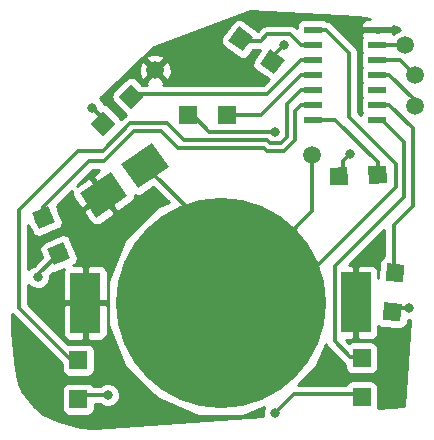
<source format=gbl>
G04 #@! TF.GenerationSoftware,KiCad,Pcbnew,(5.0.0)*
G04 #@! TF.CreationDate,2018-10-20T01:37:56+02:00*
G04 #@! TF.ProjectId,rubylife,727562796C6966652E6B696361645F70,rev?*
G04 #@! TF.SameCoordinates,Original*
G04 #@! TF.FileFunction,Copper,L2,Bot,Signal*
G04 #@! TF.FilePolarity,Positive*
%FSLAX46Y46*%
G04 Gerber Fmt 4.6, Leading zero omitted, Abs format (unit mm)*
G04 Created by KiCad (PCBNEW (5.0.0)) date 10/20/18 01:37:56*
%MOMM*%
%LPD*%
G01*
G04 APERTURE LIST*
G04 #@! TA.AperFunction,SMDPad,CuDef*
%ADD10R,2.500000X5.100000*%
G04 #@! TD*
G04 #@! TA.AperFunction,BGAPad,CuDef*
%ADD11C,17.800000*%
G04 #@! TD*
G04 #@! TA.AperFunction,SMDPad,CuDef*
%ADD12R,1.500000X0.600000*%
G04 #@! TD*
G04 #@! TA.AperFunction,BGAPad,CuDef*
%ADD13C,1.500000*%
G04 #@! TD*
G04 #@! TA.AperFunction,SMDPad,CuDef*
%ADD14C,2.500000*%
G04 #@! TD*
G04 #@! TA.AperFunction,Conductor*
%ADD15C,0.100000*%
G04 #@! TD*
G04 #@! TA.AperFunction,SMDPad,CuDef*
%ADD16R,1.500000X1.500000*%
G04 #@! TD*
G04 #@! TA.AperFunction,SMDPad,CuDef*
%ADD17C,1.500000*%
G04 #@! TD*
G04 #@! TA.AperFunction,ViaPad*
%ADD18C,0.800000*%
G04 #@! TD*
G04 #@! TA.AperFunction,Conductor*
%ADD19C,0.250000*%
G04 #@! TD*
G04 #@! TA.AperFunction,Conductor*
%ADD20C,0.300000*%
G04 #@! TD*
G04 #@! TA.AperFunction,Conductor*
%ADD21C,0.254000*%
G04 #@! TD*
G04 APERTURE END LIST*
D10*
G04 #@! TO.P,BT1,1*
G04 #@! TO.N,VCC*
X125500000Y-70850000D03*
X102600000Y-70900000D03*
D11*
G04 #@! TO.P,BT1,2*
G04 #@! TO.N,GND*
X114050000Y-70900000D03*
G04 #@! TD*
D12*
G04 #@! TO.P,U1,1*
G04 #@! TO.N,VCC*
X127300000Y-47790000D03*
G04 #@! TO.P,U1,2*
G04 #@! TO.N,TPIC*
X127300000Y-49060000D03*
G04 #@! TO.P,U1,3*
G04 #@! TO.N,TPID*
X127300000Y-50330000D03*
G04 #@! TO.P,U1,4*
G04 #@! TO.N,RESET*
X127300000Y-51600000D03*
G04 #@! TO.P,U1,5*
G04 #@! TO.N,N/C*
X127300000Y-52870000D03*
G04 #@! TO.P,U1,6*
G04 #@! TO.N,Net-(R8-Pad2)*
X127300000Y-54140000D03*
G04 #@! TO.P,U1,7*
G04 #@! TO.N,Net-(R7-Pad2)*
X127300000Y-55410000D03*
G04 #@! TO.P,U1,8*
G04 #@! TO.N,Net-(R5-Pad2)*
X121900000Y-55410000D03*
G04 #@! TO.P,U1,9*
G04 #@! TO.N,Net-(R2-Pad2)*
X121900000Y-54140000D03*
G04 #@! TO.P,U1,10*
G04 #@! TO.N,Net-(R4-Pad2)*
X121900000Y-52870000D03*
G04 #@! TO.P,U1,11*
G04 #@! TO.N,Net-(R1-Pad2)*
X121900000Y-51600000D03*
G04 #@! TO.P,U1,12*
G04 #@! TO.N,Net-(R6-Pad2)*
X121900000Y-50330000D03*
G04 #@! TO.P,U1,13*
G04 #@! TO.N,Net-(R3-Pad2)*
X121900000Y-49060000D03*
G04 #@! TO.P,U1,14*
G04 #@! TO.N,GND*
X121900000Y-47790000D03*
G04 #@! TD*
D13*
G04 #@! TO.P,TP1,1*
G04 #@! TO.N,TPID*
X130500000Y-51600000D03*
G04 #@! TD*
G04 #@! TO.P,TP2,1*
G04 #@! TO.N,TPIC*
X129700000Y-49100000D03*
G04 #@! TD*
G04 #@! TO.P,TP3,1*
G04 #@! TO.N,RESET*
X130500000Y-54200000D03*
G04 #@! TD*
D14*
G04 #@! TO.P,C1,1*
G04 #@! TO.N,VCC*
X104138823Y-61733189D03*
D15*
G04 #@! TD*
G04 #@! TO.N,VCC*
G04 #@! TO.C,C1*
G36*
X103545150Y-63674851D02*
X102111209Y-61626971D01*
X104732496Y-59791527D01*
X106166437Y-61839407D01*
X103545150Y-63674851D01*
X103545150Y-63674851D01*
G37*
D14*
G04 #@! TO.P,C1,2*
G04 #@! TO.N,GND*
X107661177Y-59266811D03*
D15*
G04 #@! TD*
G04 #@! TO.N,GND*
G04 #@! TO.C,C1*
G36*
X107067504Y-61208473D02*
X105633563Y-59160593D01*
X108254850Y-57325149D01*
X109688791Y-59373029D01*
X107067504Y-61208473D01*
X107067504Y-61208473D01*
G37*
D13*
G04 #@! TO.P,TP4,1*
G04 #@! TO.N,VCC*
X108500000Y-51200000D03*
G04 #@! TD*
G04 #@! TO.P,TP5,1*
G04 #@! TO.N,GND*
X121800000Y-58400000D03*
G04 #@! TD*
D16*
G04 #@! TO.P,R1,2*
G04 #@! TO.N,Net-(R1-Pad2)*
X114600000Y-55000000D03*
G04 #@! TO.P,R1,1*
G04 #@! TO.N,Net-(D1-Pad1)*
X111300000Y-55000000D03*
G04 #@! TD*
D17*
G04 #@! TO.P,R2,2*
G04 #@! TO.N,Net-(R2-Pad2)*
X99055294Y-63681167D03*
D15*
G04 #@! TD*
G04 #@! TO.N,Net-(R2-Pad2)*
G04 #@! TO.C,R2*
G36*
X98071867Y-63283837D02*
X99452624Y-62697740D01*
X100038721Y-64078497D01*
X98657964Y-64664594D01*
X98071867Y-63283837D01*
X98071867Y-63283837D01*
G37*
D17*
G04 #@! TO.P,R2,1*
G04 #@! TO.N,Net-(D2-Pad1)*
X100344706Y-66718833D03*
D15*
G04 #@! TD*
G04 #@! TO.N,Net-(D2-Pad1)*
G04 #@! TO.C,R2*
G36*
X99361279Y-66321503D02*
X100742036Y-65735406D01*
X101328133Y-67116163D01*
X99947376Y-67702260D01*
X99361279Y-66321503D01*
X99361279Y-66321503D01*
G37*
D17*
G04 #@! TO.P,R3,2*
G04 #@! TO.N,Net-(R3-Pad2)*
X115765122Y-48530154D03*
D15*
G04 #@! TD*
G04 #@! TO.N,Net-(R3-Pad2)*
G04 #@! TO.C,R3*
G36*
X114717520Y-48696078D02*
X115599198Y-47482552D01*
X116812724Y-48364230D01*
X115931046Y-49577756D01*
X114717520Y-48696078D01*
X114717520Y-48696078D01*
G37*
D17*
G04 #@! TO.P,R3,1*
G04 #@! TO.N,Net-(D3-Pad1)*
X118434878Y-50469846D03*
D15*
G04 #@! TD*
G04 #@! TO.N,Net-(D3-Pad1)*
G04 #@! TO.C,R3*
G36*
X117387276Y-50635770D02*
X118268954Y-49422244D01*
X119482480Y-50303922D01*
X118600802Y-51517448D01*
X117387276Y-50635770D01*
X117387276Y-50635770D01*
G37*
D16*
G04 #@! TO.P,R4,2*
G04 #@! TO.N,Net-(R4-Pad2)*
X102000000Y-75750000D03*
G04 #@! TO.P,R4,1*
G04 #@! TO.N,Net-(D4-Pad1)*
X102000000Y-79050000D03*
G04 #@! TD*
D17*
G04 #@! TO.P,R5,2*
G04 #@! TO.N,Net-(R5-Pad2)*
X127348995Y-60042416D03*
D15*
G04 #@! TD*
G04 #@! TO.N,Net-(R5-Pad2)*
G04 #@! TO.C,R5*
G36*
X128072363Y-59266698D02*
X128124713Y-60765784D01*
X126625627Y-60818134D01*
X126573277Y-59319048D01*
X128072363Y-59266698D01*
X128072363Y-59266698D01*
G37*
D17*
G04 #@! TO.P,R5,1*
G04 #@! TO.N,Net-(D5-Pad1)*
X124051005Y-60157584D03*
D15*
G04 #@! TD*
G04 #@! TO.N,Net-(D5-Pad1)*
G04 #@! TO.C,R5*
G36*
X124774373Y-59381866D02*
X124826723Y-60880952D01*
X123327637Y-60933302D01*
X123275287Y-59434216D01*
X124774373Y-59381866D01*
X124774373Y-59381866D01*
G37*
D17*
G04 #@! TO.P,R6,2*
G04 #@! TO.N,Net-(R6-Pad2)*
X106486911Y-53453814D03*
D15*
G04 #@! TD*
G04 #@! TO.N,Net-(R6-Pad2)*
G04 #@! TO.C,R6*
G36*
X106505422Y-52393315D02*
X107547410Y-53472325D01*
X106468400Y-54514313D01*
X105426412Y-53435303D01*
X106505422Y-52393315D01*
X106505422Y-52393315D01*
G37*
D17*
G04 #@! TO.P,R6,1*
G04 #@! TO.N,Net-(D6-Pad1)*
X104113089Y-55746186D03*
D15*
G04 #@! TD*
G04 #@! TO.N,Net-(D6-Pad1)*
G04 #@! TO.C,R6*
G36*
X104131600Y-54685687D02*
X105173588Y-55764697D01*
X104094578Y-56806685D01*
X103052590Y-55727675D01*
X104131600Y-54685687D01*
X104131600Y-54685687D01*
G37*
D16*
G04 #@! TO.P,R7,2*
G04 #@! TO.N,Net-(R7-Pad2)*
X126000000Y-75550000D03*
G04 #@! TO.P,R7,1*
G04 #@! TO.N,Net-(D7-Pad1)*
X126000000Y-78850000D03*
G04 #@! TD*
D17*
G04 #@! TO.P,R8,2*
G04 #@! TO.N,Net-(R8-Pad2)*
X128815098Y-68354019D03*
D15*
G04 #@! TD*
G04 #@! TO.N,Net-(R8-Pad2)*
G04 #@! TO.C,R8*
G36*
X128119242Y-67553529D02*
X129615588Y-67658163D01*
X129510954Y-69154509D01*
X128014608Y-69049875D01*
X128119242Y-67553529D01*
X128119242Y-67553529D01*
G37*
D17*
G04 #@! TO.P,R8,1*
G04 #@! TO.N,Net-(D8-Pad1)*
X128584902Y-71645981D03*
D15*
G04 #@! TD*
G04 #@! TO.N,Net-(D8-Pad1)*
G04 #@! TO.C,R8*
G36*
X127889046Y-70845491D02*
X129385392Y-70950125D01*
X129280758Y-72446471D01*
X127784412Y-72341837D01*
X127889046Y-70845491D01*
X127889046Y-70845491D01*
G37*
D18*
G04 #@! TO.N,VCC*
X129000000Y-79100000D03*
X97000000Y-72900000D03*
X124900000Y-47000000D03*
G04 #@! TO.N,Net-(D1-Pad1)*
X118700000Y-56400000D03*
G04 #@! TO.N,Net-(D2-Pad1)*
X98600000Y-68700000D03*
G04 #@! TO.N,Net-(D3-Pad1)*
X119400000Y-49100000D03*
G04 #@! TO.N,Net-(D4-Pad1)*
X104500000Y-78700000D03*
G04 #@! TO.N,Net-(D5-Pad1)*
X125050000Y-58300000D03*
G04 #@! TO.N,Net-(D6-Pad1)*
X103183098Y-54387397D03*
G04 #@! TO.N,Net-(D7-Pad1)*
X118645686Y-80238923D03*
G04 #@! TO.N,Net-(D8-Pad1)*
X130003581Y-71343432D03*
G04 #@! TD*
D19*
G04 #@! TO.N,GND*
X117000000Y-71000000D02*
X114490621Y-68490621D01*
D20*
X114050000Y-70900000D02*
X114050000Y-70321572D01*
X119100000Y-70900000D02*
X114050000Y-70900000D01*
X128900000Y-61100000D02*
X119100000Y-70900000D01*
X122950000Y-47790000D02*
X124900000Y-49740000D01*
X121900000Y-47790000D02*
X122950000Y-47790000D01*
X124900000Y-49740000D02*
X124900000Y-55123239D01*
X114050000Y-65655632D02*
X107661178Y-59266810D01*
X114050000Y-70900000D02*
X114050000Y-65655632D01*
X121800000Y-63150000D02*
X114050000Y-70900000D01*
X121800000Y-58400000D02*
X121800000Y-63150000D01*
X128900000Y-59100000D02*
X128900000Y-61100000D01*
X124923239Y-55123239D02*
X128900000Y-59100000D01*
X124900000Y-55123239D02*
X124923239Y-55123239D01*
G04 #@! TO.N,Net-(D1-Pad1)*
X113100000Y-56400000D02*
X118134315Y-56400000D01*
X118134315Y-56400000D02*
X118700000Y-56400000D01*
X111700000Y-55000000D02*
X113100000Y-56400000D01*
X111600000Y-55000000D02*
X111700000Y-55000000D01*
G04 #@! TO.N,Net-(D2-Pad1)*
X98600000Y-68700000D02*
X98600000Y-68670169D01*
X98600000Y-68463539D02*
X100344706Y-66718833D01*
X98600000Y-68700000D02*
X98600000Y-68463539D01*
G04 #@! TO.N,Net-(D3-Pad1)*
X119385683Y-49100000D02*
X118192173Y-50293510D01*
X119400000Y-49100000D02*
X119385683Y-49100000D01*
G04 #@! TO.N,Net-(D4-Pad1)*
X102050000Y-78700000D02*
X102000000Y-78750000D01*
X104500000Y-78700000D02*
X104050000Y-78700000D01*
X104750000Y-78700000D02*
X104050000Y-78700000D01*
X104050000Y-78700000D02*
X102050000Y-78700000D01*
G04 #@! TO.N,Net-(D5-Pad1)*
X124450883Y-58899117D02*
X125050000Y-58300000D01*
X124450883Y-60150604D02*
X124450883Y-58899117D01*
G04 #@! TO.N,Net-(D6-Pad1)*
X104328891Y-55537789D02*
X104328891Y-55533190D01*
X104328891Y-55533190D02*
X103183098Y-54387397D01*
G04 #@! TO.N,Net-(D7-Pad1)*
X120234609Y-78650000D02*
X120200000Y-78684609D01*
X126000000Y-78650000D02*
X120234609Y-78650000D01*
X118645686Y-80238923D02*
X120200000Y-78684609D01*
G04 #@! TO.N,Net-(D8-Pad1)*
X130000302Y-71346711D02*
X130003581Y-71343432D01*
X128505829Y-71346711D02*
X130000302Y-71346711D01*
G04 #@! TO.N,RESET*
X130500000Y-53750000D02*
X130500000Y-54200000D01*
X128350000Y-51600000D02*
X130500000Y-53750000D01*
X127300000Y-51600000D02*
X128350000Y-51600000D01*
G04 #@! TO.N,TPIC*
X129660000Y-49060000D02*
X129700000Y-49100000D01*
X127300000Y-49060000D02*
X129660000Y-49060000D01*
G04 #@! TO.N,TPID*
X129230000Y-50330000D02*
X127300000Y-50330000D01*
X130500000Y-51600000D02*
X129230000Y-50330000D01*
G04 #@! TO.N,Net-(R1-Pad2)*
X115350000Y-55000000D02*
X114300000Y-55000000D01*
X117450000Y-55000000D02*
X115350000Y-55000000D01*
X120850000Y-51600000D02*
X117450000Y-55000000D01*
X121900000Y-51600000D02*
X120850000Y-51600000D01*
G04 #@! TO.N,Net-(R2-Pad2)*
X120350012Y-57145955D02*
X120350011Y-54639989D01*
X102900000Y-58889964D02*
X104210036Y-58889964D01*
X110420066Y-57800021D02*
X117704055Y-57800021D01*
X117954045Y-58050012D02*
X119445955Y-58050012D01*
X109000000Y-56379955D02*
X110420066Y-57800021D01*
X119445955Y-58050012D02*
X120350012Y-57145955D01*
X120850000Y-54140000D02*
X121900000Y-54140000D01*
X106720045Y-56379955D02*
X109000000Y-56379955D01*
X120350011Y-54639989D02*
X120850000Y-54140000D01*
X104210036Y-58889964D02*
X106720045Y-56379955D01*
X117704055Y-57800021D02*
X117954045Y-58050012D01*
X99055294Y-62734670D02*
X102900000Y-58889964D01*
X99055294Y-63681167D02*
X99055294Y-62734670D01*
G04 #@! TO.N,Net-(R3-Pad2)*
X117034877Y-48706490D02*
X116007827Y-48706490D01*
X117449512Y-48706490D02*
X117034877Y-48706490D01*
X118006003Y-48149999D02*
X117449512Y-48706490D01*
X119939999Y-48149999D02*
X118006003Y-48149999D01*
X120850000Y-49060000D02*
X119939999Y-48149999D01*
X121900000Y-49060000D02*
X120850000Y-49060000D01*
G04 #@! TO.N,Net-(R4-Pad2)*
X119650001Y-56856001D02*
X119650001Y-54069999D01*
X117994008Y-57100010D02*
X118243999Y-57350001D01*
X110920065Y-57100010D02*
X117994008Y-57100010D01*
X120850000Y-52870000D02*
X121900000Y-52870000D01*
X109500000Y-55679945D02*
X110920065Y-57100010D01*
X119650001Y-54069999D02*
X120850000Y-52870000D01*
X106420055Y-55679945D02*
X109500000Y-55679945D01*
X104100000Y-58000000D02*
X106420055Y-55679945D01*
X118243999Y-57350001D02*
X119156001Y-57350001D01*
X102000000Y-76050000D02*
X102000000Y-75950000D01*
X101600000Y-75950000D02*
X97000000Y-71350000D01*
X102000000Y-75950000D02*
X101600000Y-75950000D01*
X97000000Y-71350000D02*
X97000000Y-63000000D01*
X97000000Y-63000000D02*
X102000000Y-58000000D01*
X119156001Y-57350001D02*
X119650001Y-56856001D01*
X102000000Y-58000000D02*
X104100000Y-58000000D01*
G04 #@! TO.N,Net-(R5-Pad2)*
X127349178Y-59002490D02*
X127349178Y-59752886D01*
X123756688Y-55410000D02*
X127349178Y-59002490D01*
X121900000Y-55410000D02*
X123756688Y-55410000D01*
G04 #@! TO.N,Net-(R6-Pad2)*
X121900000Y-50330000D02*
X120850000Y-50330000D01*
X106735788Y-53200000D02*
X106343043Y-53592745D01*
X117980000Y-53200000D02*
X106735788Y-53200000D01*
X120850000Y-50330000D02*
X117980000Y-53200000D01*
G04 #@! TO.N,Net-(R7-Pad2)*
X123699999Y-74149999D02*
X123699999Y-67800001D01*
X125950000Y-75450000D02*
X125000000Y-75450000D01*
X125000000Y-75450000D02*
X123699999Y-74149999D01*
X129600010Y-61899990D02*
X123699999Y-67800001D01*
X129600010Y-57260010D02*
X129600010Y-61899990D01*
X127750000Y-55410000D02*
X129600010Y-57260010D01*
X127300000Y-55410000D02*
X127750000Y-55410000D01*
G04 #@! TO.N,Net-(R8-Pad2)*
X128694171Y-64300000D02*
X128694171Y-68653289D01*
X130300020Y-62694151D02*
X128694171Y-64300000D01*
X130300020Y-56090020D02*
X130300020Y-62694151D01*
X128350000Y-54140000D02*
X130300020Y-56090020D01*
X127300000Y-54140000D02*
X128350000Y-54140000D01*
G04 #@! TD*
D21*
G04 #@! TO.N,VCC*
G36*
X103291704Y-60025188D02*
X103252719Y-60246284D01*
X104170011Y-61556312D01*
X104186394Y-61544840D01*
X104332083Y-61752906D01*
X104315700Y-61764377D01*
X105232992Y-63074406D01*
X105454087Y-63113391D01*
X106634124Y-62287120D01*
X106769856Y-62074064D01*
X106813723Y-61825283D01*
X106805432Y-61787883D01*
X106955077Y-61846077D01*
X107207636Y-61840566D01*
X107438860Y-61738825D01*
X108370615Y-61086404D01*
X109675555Y-62391344D01*
X108648856Y-62816617D01*
X105966617Y-65498856D01*
X104515000Y-69003371D01*
X104515000Y-72796629D01*
X105966617Y-76301144D01*
X108648856Y-78983383D01*
X112153371Y-80435000D01*
X115946629Y-80435000D01*
X117754347Y-79686219D01*
X117610686Y-80033049D01*
X117610686Y-80444797D01*
X117623823Y-80476512D01*
X103302228Y-81488075D01*
X102118537Y-81397021D01*
X100342418Y-80929622D01*
X98994207Y-80300458D01*
X98219105Y-79611480D01*
X97215875Y-78334642D01*
X97201029Y-78300000D01*
X100602560Y-78300000D01*
X100602560Y-79800000D01*
X100651843Y-80047765D01*
X100792191Y-80257809D01*
X101002235Y-80398157D01*
X101250000Y-80447440D01*
X102750000Y-80447440D01*
X102997765Y-80398157D01*
X103207809Y-80257809D01*
X103348157Y-80047765D01*
X103397440Y-79800000D01*
X103397440Y-79485000D01*
X103821289Y-79485000D01*
X103913720Y-79577431D01*
X104294126Y-79735000D01*
X104705874Y-79735000D01*
X105086280Y-79577431D01*
X105377431Y-79286280D01*
X105535000Y-78905874D01*
X105535000Y-78777316D01*
X105550379Y-78700000D01*
X105535000Y-78622684D01*
X105535000Y-78494126D01*
X105377431Y-78113720D01*
X105086280Y-77822569D01*
X104705874Y-77665000D01*
X104294126Y-77665000D01*
X103913720Y-77822569D01*
X103821289Y-77915000D01*
X103256459Y-77915000D01*
X103207809Y-77842191D01*
X102997765Y-77701843D01*
X102750000Y-77652560D01*
X101250000Y-77652560D01*
X101002235Y-77701843D01*
X100792191Y-77842191D01*
X100651843Y-78052235D01*
X100602560Y-78300000D01*
X97201029Y-78300000D01*
X96978710Y-77781259D01*
X96796084Y-76959444D01*
X96605280Y-75910023D01*
X96409417Y-73265873D01*
X96377539Y-71831383D01*
X96385863Y-71843840D01*
X96434047Y-71915953D01*
X96499592Y-71959749D01*
X100602560Y-76062718D01*
X100602560Y-76500000D01*
X100651843Y-76747765D01*
X100792191Y-76957809D01*
X101002235Y-77098157D01*
X101250000Y-77147440D01*
X102750000Y-77147440D01*
X102997765Y-77098157D01*
X103207809Y-76957809D01*
X103348157Y-76747765D01*
X103397440Y-76500000D01*
X103397440Y-75000000D01*
X103348157Y-74752235D01*
X103207809Y-74542191D01*
X102997765Y-74401843D01*
X102750000Y-74352560D01*
X101250000Y-74352560D01*
X101135494Y-74375336D01*
X97945908Y-71185750D01*
X100715000Y-71185750D01*
X100715000Y-73576310D01*
X100811673Y-73809699D01*
X100990302Y-73988327D01*
X101223691Y-74085000D01*
X102314250Y-74085000D01*
X102473000Y-73926250D01*
X102473000Y-71027000D01*
X102727000Y-71027000D01*
X102727000Y-73926250D01*
X102885750Y-74085000D01*
X103976309Y-74085000D01*
X104209698Y-73988327D01*
X104388327Y-73809699D01*
X104485000Y-73576310D01*
X104485000Y-71185750D01*
X104326250Y-71027000D01*
X102727000Y-71027000D01*
X102473000Y-71027000D01*
X100873750Y-71027000D01*
X100715000Y-71185750D01*
X97945908Y-71185750D01*
X97785000Y-71024843D01*
X97785000Y-69348711D01*
X98013720Y-69577431D01*
X98394126Y-69735000D01*
X98805874Y-69735000D01*
X99186280Y-69577431D01*
X99477431Y-69286280D01*
X99635000Y-68905874D01*
X99635000Y-68538696D01*
X99844606Y-68329091D01*
X99953026Y-68349675D01*
X100200351Y-68298232D01*
X100787328Y-68049075D01*
X100715000Y-68223690D01*
X100715000Y-70614250D01*
X100873750Y-70773000D01*
X102473000Y-70773000D01*
X102473000Y-67873750D01*
X102727000Y-67873750D01*
X102727000Y-70773000D01*
X104326250Y-70773000D01*
X104485000Y-70614250D01*
X104485000Y-68223690D01*
X104388327Y-67990301D01*
X104209698Y-67811673D01*
X103976309Y-67715000D01*
X102885750Y-67715000D01*
X102727000Y-67873750D01*
X102473000Y-67873750D01*
X102314250Y-67715000D01*
X101574358Y-67715000D01*
X101581108Y-67712135D01*
X101789920Y-67569960D01*
X101928429Y-67358698D01*
X101975548Y-67110513D01*
X101924105Y-66863188D01*
X101338008Y-65482431D01*
X101195833Y-65273619D01*
X100984571Y-65135110D01*
X100736386Y-65087991D01*
X100489061Y-65139434D01*
X99108304Y-65725531D01*
X98899492Y-65867706D01*
X98760983Y-66078968D01*
X98713864Y-66327153D01*
X98765307Y-66574478D01*
X98948151Y-67005231D01*
X98213610Y-67739772D01*
X98013720Y-67822569D01*
X97785000Y-68051289D01*
X97785000Y-64265017D01*
X98061992Y-64917569D01*
X98204167Y-65126381D01*
X98415429Y-65264890D01*
X98663614Y-65312009D01*
X98910939Y-65260566D01*
X100291696Y-64674469D01*
X100500508Y-64532294D01*
X100639017Y-64321032D01*
X100686136Y-64072847D01*
X100634693Y-63825522D01*
X100390061Y-63249205D01*
X102471918Y-63249205D01*
X102952541Y-63935606D01*
X103097437Y-64142539D01*
X103310493Y-64278271D01*
X103559275Y-64322137D01*
X103805905Y-64267461D01*
X104985942Y-63441190D01*
X105024927Y-63220094D01*
X104107635Y-61910066D01*
X102510903Y-63028109D01*
X102471918Y-63249205D01*
X100390061Y-63249205D01*
X100169805Y-62730316D01*
X101507786Y-61392335D01*
X101463923Y-61641095D01*
X101518599Y-61887725D01*
X101663496Y-62094659D01*
X102144119Y-62781060D01*
X102365214Y-62820045D01*
X103961946Y-61702001D01*
X103044654Y-60391972D01*
X102823559Y-60352987D01*
X101901506Y-60998616D01*
X103225158Y-59674964D01*
X103791876Y-59674964D01*
X103291704Y-60025188D01*
X103291704Y-60025188D01*
G37*
X103291704Y-60025188D02*
X103252719Y-60246284D01*
X104170011Y-61556312D01*
X104186394Y-61544840D01*
X104332083Y-61752906D01*
X104315700Y-61764377D01*
X105232992Y-63074406D01*
X105454087Y-63113391D01*
X106634124Y-62287120D01*
X106769856Y-62074064D01*
X106813723Y-61825283D01*
X106805432Y-61787883D01*
X106955077Y-61846077D01*
X107207636Y-61840566D01*
X107438860Y-61738825D01*
X108370615Y-61086404D01*
X109675555Y-62391344D01*
X108648856Y-62816617D01*
X105966617Y-65498856D01*
X104515000Y-69003371D01*
X104515000Y-72796629D01*
X105966617Y-76301144D01*
X108648856Y-78983383D01*
X112153371Y-80435000D01*
X115946629Y-80435000D01*
X117754347Y-79686219D01*
X117610686Y-80033049D01*
X117610686Y-80444797D01*
X117623823Y-80476512D01*
X103302228Y-81488075D01*
X102118537Y-81397021D01*
X100342418Y-80929622D01*
X98994207Y-80300458D01*
X98219105Y-79611480D01*
X97215875Y-78334642D01*
X97201029Y-78300000D01*
X100602560Y-78300000D01*
X100602560Y-79800000D01*
X100651843Y-80047765D01*
X100792191Y-80257809D01*
X101002235Y-80398157D01*
X101250000Y-80447440D01*
X102750000Y-80447440D01*
X102997765Y-80398157D01*
X103207809Y-80257809D01*
X103348157Y-80047765D01*
X103397440Y-79800000D01*
X103397440Y-79485000D01*
X103821289Y-79485000D01*
X103913720Y-79577431D01*
X104294126Y-79735000D01*
X104705874Y-79735000D01*
X105086280Y-79577431D01*
X105377431Y-79286280D01*
X105535000Y-78905874D01*
X105535000Y-78777316D01*
X105550379Y-78700000D01*
X105535000Y-78622684D01*
X105535000Y-78494126D01*
X105377431Y-78113720D01*
X105086280Y-77822569D01*
X104705874Y-77665000D01*
X104294126Y-77665000D01*
X103913720Y-77822569D01*
X103821289Y-77915000D01*
X103256459Y-77915000D01*
X103207809Y-77842191D01*
X102997765Y-77701843D01*
X102750000Y-77652560D01*
X101250000Y-77652560D01*
X101002235Y-77701843D01*
X100792191Y-77842191D01*
X100651843Y-78052235D01*
X100602560Y-78300000D01*
X97201029Y-78300000D01*
X96978710Y-77781259D01*
X96796084Y-76959444D01*
X96605280Y-75910023D01*
X96409417Y-73265873D01*
X96377539Y-71831383D01*
X96385863Y-71843840D01*
X96434047Y-71915953D01*
X96499592Y-71959749D01*
X100602560Y-76062718D01*
X100602560Y-76500000D01*
X100651843Y-76747765D01*
X100792191Y-76957809D01*
X101002235Y-77098157D01*
X101250000Y-77147440D01*
X102750000Y-77147440D01*
X102997765Y-77098157D01*
X103207809Y-76957809D01*
X103348157Y-76747765D01*
X103397440Y-76500000D01*
X103397440Y-75000000D01*
X103348157Y-74752235D01*
X103207809Y-74542191D01*
X102997765Y-74401843D01*
X102750000Y-74352560D01*
X101250000Y-74352560D01*
X101135494Y-74375336D01*
X97945908Y-71185750D01*
X100715000Y-71185750D01*
X100715000Y-73576310D01*
X100811673Y-73809699D01*
X100990302Y-73988327D01*
X101223691Y-74085000D01*
X102314250Y-74085000D01*
X102473000Y-73926250D01*
X102473000Y-71027000D01*
X102727000Y-71027000D01*
X102727000Y-73926250D01*
X102885750Y-74085000D01*
X103976309Y-74085000D01*
X104209698Y-73988327D01*
X104388327Y-73809699D01*
X104485000Y-73576310D01*
X104485000Y-71185750D01*
X104326250Y-71027000D01*
X102727000Y-71027000D01*
X102473000Y-71027000D01*
X100873750Y-71027000D01*
X100715000Y-71185750D01*
X97945908Y-71185750D01*
X97785000Y-71024843D01*
X97785000Y-69348711D01*
X98013720Y-69577431D01*
X98394126Y-69735000D01*
X98805874Y-69735000D01*
X99186280Y-69577431D01*
X99477431Y-69286280D01*
X99635000Y-68905874D01*
X99635000Y-68538696D01*
X99844606Y-68329091D01*
X99953026Y-68349675D01*
X100200351Y-68298232D01*
X100787328Y-68049075D01*
X100715000Y-68223690D01*
X100715000Y-70614250D01*
X100873750Y-70773000D01*
X102473000Y-70773000D01*
X102473000Y-67873750D01*
X102727000Y-67873750D01*
X102727000Y-70773000D01*
X104326250Y-70773000D01*
X104485000Y-70614250D01*
X104485000Y-68223690D01*
X104388327Y-67990301D01*
X104209698Y-67811673D01*
X103976309Y-67715000D01*
X102885750Y-67715000D01*
X102727000Y-67873750D01*
X102473000Y-67873750D01*
X102314250Y-67715000D01*
X101574358Y-67715000D01*
X101581108Y-67712135D01*
X101789920Y-67569960D01*
X101928429Y-67358698D01*
X101975548Y-67110513D01*
X101924105Y-66863188D01*
X101338008Y-65482431D01*
X101195833Y-65273619D01*
X100984571Y-65135110D01*
X100736386Y-65087991D01*
X100489061Y-65139434D01*
X99108304Y-65725531D01*
X98899492Y-65867706D01*
X98760983Y-66078968D01*
X98713864Y-66327153D01*
X98765307Y-66574478D01*
X98948151Y-67005231D01*
X98213610Y-67739772D01*
X98013720Y-67822569D01*
X97785000Y-68051289D01*
X97785000Y-64265017D01*
X98061992Y-64917569D01*
X98204167Y-65126381D01*
X98415429Y-65264890D01*
X98663614Y-65312009D01*
X98910939Y-65260566D01*
X100291696Y-64674469D01*
X100500508Y-64532294D01*
X100639017Y-64321032D01*
X100686136Y-64072847D01*
X100634693Y-63825522D01*
X100390061Y-63249205D01*
X102471918Y-63249205D01*
X102952541Y-63935606D01*
X103097437Y-64142539D01*
X103310493Y-64278271D01*
X103559275Y-64322137D01*
X103805905Y-64267461D01*
X104985942Y-63441190D01*
X105024927Y-63220094D01*
X104107635Y-61910066D01*
X102510903Y-63028109D01*
X102471918Y-63249205D01*
X100390061Y-63249205D01*
X100169805Y-62730316D01*
X101507786Y-61392335D01*
X101463923Y-61641095D01*
X101518599Y-61887725D01*
X101663496Y-62094659D01*
X102144119Y-62781060D01*
X102365214Y-62820045D01*
X103961946Y-61702001D01*
X103044654Y-60391972D01*
X102823559Y-60352987D01*
X101901506Y-60998616D01*
X103225158Y-59674964D01*
X103791876Y-59674964D01*
X103291704Y-60025188D01*
G36*
X127909172Y-66942195D02*
X127694483Y-67064900D01*
X127539826Y-67264643D01*
X127473379Y-67508366D01*
X127385000Y-68772253D01*
X127385000Y-68173690D01*
X127288327Y-67940301D01*
X127109698Y-67761673D01*
X126876309Y-67665000D01*
X125785750Y-67665000D01*
X125627000Y-67823750D01*
X125627000Y-70723000D01*
X125647000Y-70723000D01*
X125647000Y-70977000D01*
X125627000Y-70977000D01*
X125627000Y-73876250D01*
X125785750Y-74035000D01*
X126876309Y-74035000D01*
X127109698Y-73938327D01*
X127288327Y-73759699D01*
X127385000Y-73526310D01*
X127385000Y-72835675D01*
X127495526Y-72921253D01*
X127739249Y-72987700D01*
X129235595Y-73092334D01*
X129486194Y-73060454D01*
X129705517Y-72935100D01*
X129860174Y-72735357D01*
X129926621Y-72491634D01*
X129934537Y-72378432D01*
X130090351Y-72378432D01*
X129538524Y-79634953D01*
X127359879Y-79788835D01*
X127397440Y-79600000D01*
X127397440Y-78100000D01*
X127348157Y-77852235D01*
X127207809Y-77642191D01*
X126997765Y-77501843D01*
X126750000Y-77452560D01*
X125250000Y-77452560D01*
X125002235Y-77501843D01*
X124792191Y-77642191D01*
X124651843Y-77852235D01*
X124649304Y-77865000D01*
X120569527Y-77865000D01*
X122133383Y-76301144D01*
X122940107Y-74353539D01*
X122960545Y-74456290D01*
X123024654Y-74552235D01*
X123134046Y-74715952D01*
X123199591Y-74759748D01*
X124390253Y-75950411D01*
X124434047Y-76015953D01*
X124499589Y-76059747D01*
X124499591Y-76059749D01*
X124593030Y-76122183D01*
X124602560Y-76128550D01*
X124602560Y-76300000D01*
X124651843Y-76547765D01*
X124792191Y-76757809D01*
X125002235Y-76898157D01*
X125250000Y-76947440D01*
X126750000Y-76947440D01*
X126997765Y-76898157D01*
X127207809Y-76757809D01*
X127348157Y-76547765D01*
X127397440Y-76300000D01*
X127397440Y-74800000D01*
X127348157Y-74552235D01*
X127207809Y-74342191D01*
X126997765Y-74201843D01*
X126750000Y-74152560D01*
X125250000Y-74152560D01*
X125002235Y-74201843D01*
X124918171Y-74258013D01*
X124695157Y-74035000D01*
X125214250Y-74035000D01*
X125373000Y-73876250D01*
X125373000Y-70977000D01*
X125353000Y-70977000D01*
X125353000Y-70723000D01*
X125373000Y-70723000D01*
X125373000Y-67823750D01*
X125214250Y-67665000D01*
X124945157Y-67665000D01*
X127909171Y-64700986D01*
X127909172Y-66942195D01*
X127909172Y-66942195D01*
G37*
X127909172Y-66942195D02*
X127694483Y-67064900D01*
X127539826Y-67264643D01*
X127473379Y-67508366D01*
X127385000Y-68772253D01*
X127385000Y-68173690D01*
X127288327Y-67940301D01*
X127109698Y-67761673D01*
X126876309Y-67665000D01*
X125785750Y-67665000D01*
X125627000Y-67823750D01*
X125627000Y-70723000D01*
X125647000Y-70723000D01*
X125647000Y-70977000D01*
X125627000Y-70977000D01*
X125627000Y-73876250D01*
X125785750Y-74035000D01*
X126876309Y-74035000D01*
X127109698Y-73938327D01*
X127288327Y-73759699D01*
X127385000Y-73526310D01*
X127385000Y-72835675D01*
X127495526Y-72921253D01*
X127739249Y-72987700D01*
X129235595Y-73092334D01*
X129486194Y-73060454D01*
X129705517Y-72935100D01*
X129860174Y-72735357D01*
X129926621Y-72491634D01*
X129934537Y-72378432D01*
X130090351Y-72378432D01*
X129538524Y-79634953D01*
X127359879Y-79788835D01*
X127397440Y-79600000D01*
X127397440Y-78100000D01*
X127348157Y-77852235D01*
X127207809Y-77642191D01*
X126997765Y-77501843D01*
X126750000Y-77452560D01*
X125250000Y-77452560D01*
X125002235Y-77501843D01*
X124792191Y-77642191D01*
X124651843Y-77852235D01*
X124649304Y-77865000D01*
X120569527Y-77865000D01*
X122133383Y-76301144D01*
X122940107Y-74353539D01*
X122960545Y-74456290D01*
X123024654Y-74552235D01*
X123134046Y-74715952D01*
X123199591Y-74759748D01*
X124390253Y-75950411D01*
X124434047Y-76015953D01*
X124499589Y-76059747D01*
X124499591Y-76059749D01*
X124593030Y-76122183D01*
X124602560Y-76128550D01*
X124602560Y-76300000D01*
X124651843Y-76547765D01*
X124792191Y-76757809D01*
X125002235Y-76898157D01*
X125250000Y-76947440D01*
X126750000Y-76947440D01*
X126997765Y-76898157D01*
X127207809Y-76757809D01*
X127348157Y-76547765D01*
X127397440Y-76300000D01*
X127397440Y-74800000D01*
X127348157Y-74552235D01*
X127207809Y-74342191D01*
X126997765Y-74201843D01*
X126750000Y-74152560D01*
X125250000Y-74152560D01*
X125002235Y-74201843D01*
X124918171Y-74258013D01*
X124695157Y-74035000D01*
X125214250Y-74035000D01*
X125373000Y-73876250D01*
X125373000Y-70977000D01*
X125353000Y-70977000D01*
X125353000Y-70723000D01*
X125373000Y-70723000D01*
X125373000Y-67823750D01*
X125214250Y-67665000D01*
X124945157Y-67665000D01*
X127909171Y-64700986D01*
X127909172Y-66942195D01*
G36*
X125726976Y-46707119D02*
X126688207Y-46855000D01*
X126423691Y-46855000D01*
X126190302Y-46951673D01*
X126011673Y-47130301D01*
X125915000Y-47363690D01*
X125915000Y-47504250D01*
X126073750Y-47663000D01*
X127173000Y-47663000D01*
X127173000Y-47643000D01*
X127427000Y-47643000D01*
X127427000Y-47663000D01*
X128526250Y-47663000D01*
X128685000Y-47504250D01*
X128685000Y-47409980D01*
X129047670Y-47651761D01*
X129202760Y-47806850D01*
X128915460Y-47925853D01*
X128685000Y-48156313D01*
X128685000Y-48075750D01*
X128526250Y-47917000D01*
X127427000Y-47917000D01*
X127427000Y-47937000D01*
X127173000Y-47937000D01*
X127173000Y-47917000D01*
X126073750Y-47917000D01*
X125915000Y-48075750D01*
X125915000Y-48216310D01*
X126004768Y-48433028D01*
X125951843Y-48512235D01*
X125902560Y-48760000D01*
X125902560Y-49360000D01*
X125951843Y-49607765D01*
X126010132Y-49695000D01*
X125951843Y-49782235D01*
X125902560Y-50030000D01*
X125902560Y-50630000D01*
X125951843Y-50877765D01*
X126010132Y-50965000D01*
X125951843Y-51052235D01*
X125902560Y-51300000D01*
X125902560Y-51900000D01*
X125951843Y-52147765D01*
X126010132Y-52235000D01*
X125951843Y-52322235D01*
X125902560Y-52570000D01*
X125902560Y-53170000D01*
X125951843Y-53417765D01*
X126010132Y-53505000D01*
X125951843Y-53592235D01*
X125902560Y-53840000D01*
X125902560Y-54440000D01*
X125951843Y-54687765D01*
X126010132Y-54775000D01*
X125951843Y-54862235D01*
X125922070Y-55011913D01*
X125685000Y-54774843D01*
X125685000Y-49817310D01*
X125700378Y-49739999D01*
X125685000Y-49662688D01*
X125685000Y-49662684D01*
X125639454Y-49433708D01*
X125590204Y-49360000D01*
X125509749Y-49239591D01*
X125509747Y-49239589D01*
X125465953Y-49174047D01*
X125400411Y-49130253D01*
X123559749Y-47289592D01*
X123515953Y-47224047D01*
X123256292Y-47050546D01*
X123083985Y-47016272D01*
X122897765Y-46891843D01*
X122650000Y-46842560D01*
X121150000Y-46842560D01*
X120902235Y-46891843D01*
X120692191Y-47032191D01*
X120551843Y-47242235D01*
X120502560Y-47490000D01*
X120502560Y-47581780D01*
X120246291Y-47410545D01*
X120017315Y-47364999D01*
X120017311Y-47364999D01*
X119939999Y-47349621D01*
X119862687Y-47364999D01*
X118083314Y-47364999D01*
X118006002Y-47349621D01*
X117928690Y-47364999D01*
X117928687Y-47364999D01*
X117699711Y-47410545D01*
X117505594Y-47540250D01*
X117505592Y-47540252D01*
X117440050Y-47584046D01*
X117396256Y-47649589D01*
X117199104Y-47846740D01*
X117193280Y-47840440D01*
X115979754Y-46958762D01*
X115750340Y-46853001D01*
X115497916Y-46843083D01*
X115260911Y-46930519D01*
X115075408Y-47101996D01*
X114193730Y-48315522D01*
X114087969Y-48544936D01*
X114078051Y-48797360D01*
X114165487Y-49034365D01*
X114336964Y-49219868D01*
X115550490Y-50101546D01*
X115779904Y-50207307D01*
X116032328Y-50217225D01*
X116269333Y-50129789D01*
X116454836Y-49958312D01*
X116794002Y-49491490D01*
X117372200Y-49491490D01*
X117412535Y-49499513D01*
X116863486Y-50255214D01*
X116757725Y-50484628D01*
X116747807Y-50737052D01*
X116835243Y-50974057D01*
X117006720Y-51159560D01*
X118109249Y-51960594D01*
X117654843Y-52415000D01*
X109217791Y-52415000D01*
X109223923Y-52412460D01*
X109291912Y-52171517D01*
X108500000Y-51379605D01*
X107708088Y-52171517D01*
X107776077Y-52412460D01*
X107783214Y-52415000D01*
X107426411Y-52415000D01*
X106971151Y-51943565D01*
X106763588Y-51799574D01*
X106516721Y-51745974D01*
X106268134Y-51790925D01*
X106055672Y-51927586D01*
X104976662Y-52969574D01*
X104832671Y-53177137D01*
X104779071Y-53424004D01*
X104824022Y-53672591D01*
X104960683Y-53885053D01*
X106002671Y-54964063D01*
X106039867Y-54989867D01*
X106024702Y-55000000D01*
X105919646Y-55070196D01*
X105919644Y-55070198D01*
X105854102Y-55113992D01*
X105810308Y-55179534D01*
X105653244Y-55336598D01*
X105639317Y-55314947D01*
X104597329Y-54235937D01*
X104389766Y-54091946D01*
X104160363Y-54042138D01*
X104060529Y-53801117D01*
X103816694Y-53557282D01*
X106511327Y-50995171D01*
X107102799Y-50995171D01*
X107130770Y-51545448D01*
X107287540Y-51923923D01*
X107528483Y-51991912D01*
X108320395Y-51200000D01*
X108679605Y-51200000D01*
X109471517Y-51991912D01*
X109712460Y-51923923D01*
X109897201Y-51404829D01*
X109869230Y-50854552D01*
X109712460Y-50476077D01*
X109471517Y-50408088D01*
X108679605Y-51200000D01*
X108320395Y-51200000D01*
X107528483Y-50408088D01*
X107287540Y-50476077D01*
X107102799Y-50995171D01*
X106511327Y-50995171D01*
X107317671Y-50228483D01*
X107708088Y-50228483D01*
X108500000Y-51020395D01*
X109291912Y-50228483D01*
X109223923Y-49987540D01*
X108704829Y-49802799D01*
X108154552Y-49830770D01*
X107776077Y-49987540D01*
X107708088Y-50228483D01*
X107317671Y-50228483D01*
X108383149Y-49215406D01*
X116508479Y-46216773D01*
X125726976Y-46707119D01*
X125726976Y-46707119D01*
G37*
X125726976Y-46707119D02*
X126688207Y-46855000D01*
X126423691Y-46855000D01*
X126190302Y-46951673D01*
X126011673Y-47130301D01*
X125915000Y-47363690D01*
X125915000Y-47504250D01*
X126073750Y-47663000D01*
X127173000Y-47663000D01*
X127173000Y-47643000D01*
X127427000Y-47643000D01*
X127427000Y-47663000D01*
X128526250Y-47663000D01*
X128685000Y-47504250D01*
X128685000Y-47409980D01*
X129047670Y-47651761D01*
X129202760Y-47806850D01*
X128915460Y-47925853D01*
X128685000Y-48156313D01*
X128685000Y-48075750D01*
X128526250Y-47917000D01*
X127427000Y-47917000D01*
X127427000Y-47937000D01*
X127173000Y-47937000D01*
X127173000Y-47917000D01*
X126073750Y-47917000D01*
X125915000Y-48075750D01*
X125915000Y-48216310D01*
X126004768Y-48433028D01*
X125951843Y-48512235D01*
X125902560Y-48760000D01*
X125902560Y-49360000D01*
X125951843Y-49607765D01*
X126010132Y-49695000D01*
X125951843Y-49782235D01*
X125902560Y-50030000D01*
X125902560Y-50630000D01*
X125951843Y-50877765D01*
X126010132Y-50965000D01*
X125951843Y-51052235D01*
X125902560Y-51300000D01*
X125902560Y-51900000D01*
X125951843Y-52147765D01*
X126010132Y-52235000D01*
X125951843Y-52322235D01*
X125902560Y-52570000D01*
X125902560Y-53170000D01*
X125951843Y-53417765D01*
X126010132Y-53505000D01*
X125951843Y-53592235D01*
X125902560Y-53840000D01*
X125902560Y-54440000D01*
X125951843Y-54687765D01*
X126010132Y-54775000D01*
X125951843Y-54862235D01*
X125922070Y-55011913D01*
X125685000Y-54774843D01*
X125685000Y-49817310D01*
X125700378Y-49739999D01*
X125685000Y-49662688D01*
X125685000Y-49662684D01*
X125639454Y-49433708D01*
X125590204Y-49360000D01*
X125509749Y-49239591D01*
X125509747Y-49239589D01*
X125465953Y-49174047D01*
X125400411Y-49130253D01*
X123559749Y-47289592D01*
X123515953Y-47224047D01*
X123256292Y-47050546D01*
X123083985Y-47016272D01*
X122897765Y-46891843D01*
X122650000Y-46842560D01*
X121150000Y-46842560D01*
X120902235Y-46891843D01*
X120692191Y-47032191D01*
X120551843Y-47242235D01*
X120502560Y-47490000D01*
X120502560Y-47581780D01*
X120246291Y-47410545D01*
X120017315Y-47364999D01*
X120017311Y-47364999D01*
X119939999Y-47349621D01*
X119862687Y-47364999D01*
X118083314Y-47364999D01*
X118006002Y-47349621D01*
X117928690Y-47364999D01*
X117928687Y-47364999D01*
X117699711Y-47410545D01*
X117505594Y-47540250D01*
X117505592Y-47540252D01*
X117440050Y-47584046D01*
X117396256Y-47649589D01*
X117199104Y-47846740D01*
X117193280Y-47840440D01*
X115979754Y-46958762D01*
X115750340Y-46853001D01*
X115497916Y-46843083D01*
X115260911Y-46930519D01*
X115075408Y-47101996D01*
X114193730Y-48315522D01*
X114087969Y-48544936D01*
X114078051Y-48797360D01*
X114165487Y-49034365D01*
X114336964Y-49219868D01*
X115550490Y-50101546D01*
X115779904Y-50207307D01*
X116032328Y-50217225D01*
X116269333Y-50129789D01*
X116454836Y-49958312D01*
X116794002Y-49491490D01*
X117372200Y-49491490D01*
X117412535Y-49499513D01*
X116863486Y-50255214D01*
X116757725Y-50484628D01*
X116747807Y-50737052D01*
X116835243Y-50974057D01*
X117006720Y-51159560D01*
X118109249Y-51960594D01*
X117654843Y-52415000D01*
X109217791Y-52415000D01*
X109223923Y-52412460D01*
X109291912Y-52171517D01*
X108500000Y-51379605D01*
X107708088Y-52171517D01*
X107776077Y-52412460D01*
X107783214Y-52415000D01*
X107426411Y-52415000D01*
X106971151Y-51943565D01*
X106763588Y-51799574D01*
X106516721Y-51745974D01*
X106268134Y-51790925D01*
X106055672Y-51927586D01*
X104976662Y-52969574D01*
X104832671Y-53177137D01*
X104779071Y-53424004D01*
X104824022Y-53672591D01*
X104960683Y-53885053D01*
X106002671Y-54964063D01*
X106039867Y-54989867D01*
X106024702Y-55000000D01*
X105919646Y-55070196D01*
X105919644Y-55070198D01*
X105854102Y-55113992D01*
X105810308Y-55179534D01*
X105653244Y-55336598D01*
X105639317Y-55314947D01*
X104597329Y-54235937D01*
X104389766Y-54091946D01*
X104160363Y-54042138D01*
X104060529Y-53801117D01*
X103816694Y-53557282D01*
X106511327Y-50995171D01*
X107102799Y-50995171D01*
X107130770Y-51545448D01*
X107287540Y-51923923D01*
X107528483Y-51991912D01*
X108320395Y-51200000D01*
X108679605Y-51200000D01*
X109471517Y-51991912D01*
X109712460Y-51923923D01*
X109897201Y-51404829D01*
X109869230Y-50854552D01*
X109712460Y-50476077D01*
X109471517Y-50408088D01*
X108679605Y-51200000D01*
X108320395Y-51200000D01*
X107528483Y-50408088D01*
X107287540Y-50476077D01*
X107102799Y-50995171D01*
X106511327Y-50995171D01*
X107317671Y-50228483D01*
X107708088Y-50228483D01*
X108500000Y-51020395D01*
X109291912Y-50228483D01*
X109223923Y-49987540D01*
X108704829Y-49802799D01*
X108154552Y-49830770D01*
X107776077Y-49987540D01*
X107708088Y-50228483D01*
X107317671Y-50228483D01*
X108383149Y-49215406D01*
X116508479Y-46216773D01*
X125726976Y-46707119D01*
G04 #@! TD*
M02*

</source>
